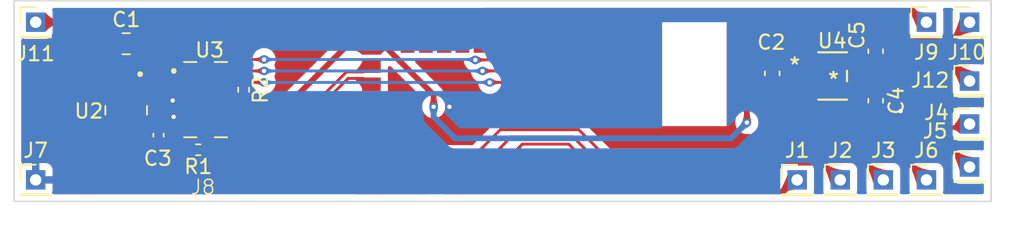
<source format=kicad_pcb>
(kicad_pcb (version 20240108) (generator "pcbnew") (generator_version "8.0")
  (layers (0 "F.Cu" signal) (31 "B.Cu" signal) (34 "B.Paste" user) (35 "F.Paste" user) (36 "B.SilkS" user "B.Silkscreen") (37 "F.SilkS" user "F.Silkscreen") (38 "B.Mask" user) (39 "F.Mask" user) (44 "Edge.Cuts" user))
  (net 0 "")
  (net 1 "Net-(J2-Pin_1)")
  (net 2 "GND")
  (net 3 "Net-(J3-Pin_1)")
  (net 4 "VBAT+")
  (net 5 "Net-(J1-Pin_1)")
  (net 6 "Net-(J4-Pin_1)")
  (net 7 "Net-(J6-Pin_1)")
  (net 8 "+3.3V")
  (net 9 "ACCEL_VIN")
  (net 10 "Net-(J9-Pin_1)")
  (net 11 "Net-(J10-Pin_1)")
  (net 12 "Net-(U4-NR{slash}FB)")
  (net 13 "Net-(J12-Pin_1)")
  (net 14 "Net-(J5-Pin_1)")
  (net 15 "/D-")
  (net 16 "Net-(J8-Pin_3)")
  (net 17 "Net-(J8-Pin_4)")
  (net 18 "Net-(J8-Pin_2)")
  (net 19 "/D+")
  (net 20 "Net-(U3-~{CS})")
  (net 21 "/SDO{slash}ADDR")
  (net 35 "/SDA{slash}SDIO")
  (net 36 "/SCL")
  (footprint "Connector_PinHeader_2.00mm:PinHeader_1x01_P2.00mm_Vertical" (layer "F.Cu") (at 164.5 65.5)
    (property "Reference" "J1" (at 0 -2.06 0) (layer "F.SilkS"))
    (property "Value" "MFIO")
    (fp_line (start -1.06 -1.06) (end 0 -1.06) (stroke (width 0.12)) (layer "F.SilkS"))
    (fp_line (start -1.06 0) (end -1.06 -1.06) (stroke (width 0.12)) (layer "F.SilkS"))
    (fp_line (start -1.06 1) (end -1.06 1.06) (stroke (width 0.12)) (layer "F.SilkS"))
    (fp_line (start -1.06 1) (end 1.06 1) (stroke (width 0.12)) (layer "F.SilkS"))
    (fp_line (start -1.06 1.06) (end 1.06 1.06) (stroke (width 0.12)) (layer "F.SilkS"))
    (fp_line (start 1.06 1) (end 1.06 1.06) (stroke (width 0.12)) (layer "F.SilkS"))
    (pad "1" thru_hole rect (at 0 0) (size 1.35 1.35) (drill 0.8) (layers "*.Cu" "*.Mask") (net 5 "Net-(J1-Pin_1)"))
  )
  (footprint "Resistor_SMD:R_0402_1005Metric" (layer "F.Cu") (at 125.975 59.209999 -90)
    (property "Reference" "R2" (at 0 -1.17 90) (layer "F.SilkS"))
    (property "Value" "10k")
    (fp_line (start -0.153641 0.38) (end 0.153641 0.38) (stroke (width 0.12)) (layer "F.SilkS"))
    (fp_line (start -0.153641 -0.38) (end 0.153641 -0.38) (stroke (width 0.12)) (layer "F.SilkS"))
    (pad "1" smd roundrect (at -0.509999 0 270) (size 0.54 0.64) (layers "F.Cu" "F.Paste" "F.Mask") (net 21 "/SDO{slash}ADDR"))
    (pad "2" smd roundrect (at 0.509999 0 270) (size 0.54 0.64) (layers "F.Cu" "F.Paste" "F.Mask") (net 2 "GND"))
  )
  (footprint "Connector_PinHeader_2.00mm:PinHeader_1x01_P2.00mm_Vertical" (layer "F.Cu") (at 111.5 54.5)
    (property "Reference" "J11" (at 0 2.2 0) (layer "F.SilkS"))
    (property "Value" "VBAT+")
    (fp_line (start -1.06 -1.06) (end 0 -1.06) (stroke (width 0.12)) (layer "F.SilkS"))
    (fp_line (start -1.06 0) (end -1.06 -1.06) (stroke (width 0.12)) (layer "F.SilkS"))
    (fp_line (start -1.06 1) (end -1.06 1.06) (stroke (width 0.12)) (layer "F.SilkS"))
    (fp_line (start -1.06 1) (end 1.06 1) (stroke (width 0.12)) (layer "F.SilkS"))
    (fp_line (start -1.06 1.06) (end 1.06 1.06) (stroke (width 0.12)) (layer "F.SilkS"))
    (fp_line (start 1.06 1) (end 1.06 1.06) (stroke (width 0.12)) (layer "F.SilkS"))
    (pad "1" thru_hole rect (at 0 0) (size 1.35 1.35) (drill 0.8) (layers "*.Cu" "*.Mask") (net 4 "VBAT+"))
  )
  (footprint "Connector_PinHeader_2.00mm:PinHeader_1x01_P2.00mm_Vertical" (layer "F.Cu") (at 173.5 65.5)
    (property "Reference" "J6" (at 0 -2.06 0) (layer "F.SilkS"))
    (property "Value" "NCS")
    (fp_line (start -1.06 -1.06) (end 0 -1.06) (stroke (width 0.12)) (layer "F.SilkS"))
    (fp_line (start -1.06 0) (end -1.06 -1.06) (stroke (width 0.12)) (layer "F.SilkS"))
    (fp_line (start -1.06 1) (end -1.06 1.06) (stroke (width 0.12)) (layer "F.SilkS"))
    (fp_line (start -1.06 1) (end 1.06 1) (stroke (width 0.12)) (layer "F.SilkS"))
    (fp_line (start -1.06 1.06) (end 1.06 1.06) (stroke (width 0.12)) (layer "F.SilkS"))
    (fp_line (start 1.06 1) (end 1.06 1.06) (stroke (width 0.12)) (layer "F.SilkS"))
    (pad "1" thru_hole rect (at 0 0) (size 1.35 1.35) (drill 0.8) (layers "*.Cu" "*.Mask") (net 7 "Net-(J6-Pin_1)"))
  )
  (footprint "Connector_PinHeader_2.00mm:PinHeader_1x01_P2.00mm_Vertical" (layer "F.Cu") (at 173.5 54.5)
    (property "Reference" "J9" (at 0 2.1 0) (layer "F.SilkS"))
    (property "Value" "FORCE_V2")
    (fp_line (start -1.06 -1.06) (end 0 -1.06) (stroke (width 0.12)) (layer "F.SilkS"))
    (fp_line (start -1.06 0) (end -1.06 -1.06) (stroke (width 0.12)) (layer "F.SilkS"))
    (fp_line (start -1.06 1) (end -1.06 1.06) (stroke (width 0.12)) (layer "F.SilkS"))
    (fp_line (start -1.06 1) (end 1.06 1) (stroke (width 0.12)) (layer "F.SilkS"))
    (fp_line (start -1.06 1.06) (end 1.06 1.06) (stroke (width 0.12)) (layer "F.SilkS"))
    (fp_line (start 1.06 1) (end 1.06 1.06) (stroke (width 0.12)) (layer "F.SilkS"))
    (pad "1" thru_hole rect (at 0 0) (size 1.35 1.35) (drill 0.8) (layers "*.Cu" "*.Mask") (net 10 "Net-(J9-Pin_1)"))
  )
  (footprint "Connector_PinHeader_2.00mm:PinHeader_1x01_P2.00mm_Vertical" (layer "F.Cu") (at 176.5 54.5)
    (property "Reference" "J10" (at -0.2 2.1 0) (layer "F.SilkS"))
    (property "Value" "FORCE_V1")
    (fp_line (start -1.06 -1.06) (end 0 -1.06) (stroke (width 0.12)) (layer "F.SilkS"))
    (fp_line (start -1.06 0) (end -1.06 -1.06) (stroke (width 0.12)) (layer "F.SilkS"))
    (fp_line (start -1.06 1) (end -1.06 1.06) (stroke (width 0.12)) (layer "F.SilkS"))
    (fp_line (start -1.06 1) (end 1.06 1) (stroke (width 0.12)) (layer "F.SilkS"))
    (fp_line (start -1.06 1.06) (end 1.06 1.06) (stroke (width 0.12)) (layer "F.SilkS"))
    (fp_line (start 1.06 1) (end 1.06 1.06) (stroke (width 0.12)) (layer "F.SilkS"))
    (pad "1" thru_hole rect (at 0 0) (size 1.35 1.35) (drill 0.8) (layers "*.Cu" "*.Mask") (net 11 "Net-(J10-Pin_1)"))
  )
  (footprint "Capacitor_SMD:C_0603_1608Metric" (layer "F.Cu") (at 169.96525 56.525002 90)
    (property "Reference" "C5" (at 1.125002 -1.3 90) (layer "F.SilkS"))
    (property "Value" "1uF")
    (fp_line (start -0.140581 -0.51) (end 0.140581 -0.51) (stroke (width 0.12)) (layer "F.SilkS"))
    (fp_line (start -0.140581 0.51) (end 0.140581 0.51) (stroke (width 0.12)) (layer "F.SilkS"))
    (pad "1" smd roundrect (at -0.775 0 90) (size 0.9 0.95) (layers "F.Cu" "F.Paste" "F.Mask") (net 13 "Net-(J12-Pin_1)"))
    (pad "2" smd roundrect (at 0.775 0 90) (size 0.9 0.95) (layers "F.Cu" "F.Paste" "F.Mask") (net 2 "GND"))
  )
  (footprint "Capacitor_SMD:C_0402_1005Metric" (layer "F.Cu") (at 120.049998 62.38 90)
    (property "Reference" "C3" (at -1.62 -0.049998 0) (layer "F.SilkS"))
    (property "Value" "0.1uF")
    (fp_line (start -0.107836 -0.36) (end 0.107836 -0.36) (stroke (width 0.12)) (layer "F.SilkS"))
    (fp_line (start -0.107836 0.36) (end 0.107836 0.36) (stroke (width 0.12)) (layer "F.SilkS"))
    (pad "1" smd roundrect (at -0.48 0 90) (size 0.56 0.62) (layers "F.Cu" "F.Paste" "F.Mask") (net 2 "GND"))
    (pad "2" smd roundrect (at 0.48 0 90) (size 0.56 0.62) (layers "F.Cu" "F.Paste" "F.Mask") (net 9 "ACCEL_VIN"))
  )
  (footprint "Imported_FP:SOT95P280X145-5N" (layer "F.Cu") (at 117.799999 60.645 -90)
    (property "Reference" "U2" (at 0.055 2.599999 180) (layer "F.SilkS"))
    (property "Value" "VREG_SOT23-5")
    (fp_line (start -0.3 1.45) (end 0.3 1.45) (stroke (width 0.127)) (layer "F.SilkS"))
    (fp_line (start -0.3 -1.45) (end 0.3 -1.45) (stroke (width 0.127)) (layer "F.SilkS"))
    (fp_circle (center -2.525001 -0.975) (end -2.425 -0.975) (stroke (width 0.2)) (fill none) (layer "F.SilkS"))
    (pad "1" smd roundrect (at -1.255 -0.949999 270) (size 1.21 0.59) (layers "F.Cu" "F.Paste" "F.Mask") (roundrect_rratio 0.125) (net 4 "VBAT+"))
    (pad "2" smd roundrect (at -1.255 0 270) (size 1.21 0.59) (layers "F.Cu" "F.Paste" "F.Mask") (roundrect_rratio 0.125) (net 2 "GND"))
    (pad "3" smd roundrect (at -1.255 0.949999 270) (size 1.21 0.59) (layers "F.Cu" "F.Paste" "F.Mask") (roundrect_rratio 0.125) (net 4 "VBAT+"))
    (pad "4" smd roundrect (at 1.255 0.949999 270) (size 1.21 0.59) (layers "F.Cu" "F.Paste" "F.Mask") (roundrect_rratio 0.125))
    (pad "5" smd roundrect (at 1.255 -0.949999 270) (size 1.21 0.59) (layers "F.Cu" "F.Paste" "F.Mask") (roundrect_rratio 0.125) (net 9 "ACCEL_VIN"))
  )
  (footprint "Imported_FP:DBV5_TEX" (layer "F.Cu") (at 166.96525 58.250001)
    (property "Reference" "U4" (at -0.03475 -2.450001 0) (layer "F.SilkS"))
    (property "Value" "TPS73219DBVT")
    (fp_line (start -1.0033 1.651) (end 1.0033 1.651) (stroke (width 0.1524)) (layer "F.SilkS"))
    (fp_line (start 1.0033 -1.651) (end -1.0033 -1.651) (stroke (width 0.1524)) (layer "F.SilkS"))
    (fp_line (start 1.0033 0.363261) (end 1.0033 -0.363261) (stroke (width 0.1524)) (layer "F.SilkS"))
    (fp_text user "*" (at 0.06525 0.249999 0) (layer "F.SilkS"))
    (fp_text user "*" (at -2.63475 -0.750001 0) (layer "F.SilkS"))
    (pad "1" smd rect (at -1.36525 -0.950001) (size 0.9779 0.508) (layers "F.Cu" "F.Paste" "F.Mask") (net 8 "+3.3V"))
    (pad "2" smd rect (at -1.36525 0) (size 0.9779 0.508) (layers "F.Cu" "F.Paste" "F.Mask") (net 2 "GND"))
    (pad "3" smd rect (at -1.36525 0.950001) (size 0.9779 0.508) (layers "F.Cu" "F.Paste" "F.Mask") (net 8 "+3.3V"))
    (pad "4" smd rect (at 1.36525 0.950001) (size 0.9779 0.508) (layers "F.Cu" "F.Paste" "F.Mask") (net 12 "Net-(U4-NR{slash}FB)"))
    (pad "5" smd rect (at 1.36525 -0.950001) (size 0.9779 0.508) (layers "F.Cu" "F.Paste" "F.Mask") (net 13 "Net-(J12-Pin_1)"))
  )
  (footprint "Connector_PinHeader_2.00mm:PinHeader_1x01_P2.00mm_Vertical" (layer "F.Cu") (at 167.5 65.5)
    (property "Reference" "J2" (at 0 -2.06 0) (layer "F.SilkS"))
    (property "Value" "Motion")
    (fp_line (start -1.06 -1.06) (end 0 -1.06) (stroke (width 0.12)) (layer "F.SilkS"))
    (fp_line (start -1.06 0) (end -1.06 -1.06) (stroke (width 0.12)) (layer "F.SilkS"))
    (fp_line (start -1.06 1) (end -1.06 1.06) (stroke (width 0.12)) (layer "F.SilkS"))
    (fp_line (start -1.06 1) (end 1.06 1) (stroke (width 0.12)) (layer "F.SilkS"))
    (fp_line (start -1.06 1.06) (end 1.06 1.06) (stroke (width 0.12)) (layer "F.SilkS"))
    (fp_line (start 1.06 1) (end 1.06 1.06) (stroke (width 0.12)) (layer "F.SilkS"))
    (pad "1" thru_hole rect (at 0 0) (size 1.35 1.35) (drill 0.8) (layers "*.Cu" "*.Mask") (net 1 "Net-(J2-Pin_1)"))
  )
  (footprint "Custom_FP:OMGS3_programming_pins" (layer "F.Cu") (at 128.370001 65.8 90)
    (property "Reference" "J8" (at -0.2 -5.220001 0) (layer "F.SilkS") (effects (font (thickness 0.1))))
    (property "Value" "Conn_01x07_Pin")
    (pad "1" smd rect (at 0 4.009998 180) (size 1.4 1.3) (layers "F.Cu" "F.Paste" "F.Mask") (net 2 "GND"))
    (pad "2" smd rect (at 0 2.54 180) (size 0.95 1.3) (layers "F.Cu" "F.Paste" "F.Mask") (net 18 "Net-(J8-Pin_2)"))
    (pad "3" smd rect (at 0 1.269999 180) (size 0.95 1.3) (layers "F.Cu" "F.Paste" "F.Mask") (net 16 "Net-(J8-Pin_3)"))
    (pad "4" smd rect (at 0 0 180) (size 0.95 1.3) (layers "F.Cu" "F.Paste" "F.Mask") (net 17 "Net-(J8-Pin_4)"))
    (pad "5" smd rect (at 0 -1.270001 180) (size 0.95 1.3) (layers "F.Cu" "F.Paste" "F.Mask") (net 15 "/D-"))
    (pad "6" smd rect (at 0 -2.540003 180) (size 0.95 1.3) (layers "F.Cu" "F.Paste" "F.Mask") (net 19 "/D+"))
    (pad "7" smd rect (at 0 -3.810002 180) (size 0.95 1.3) (layers "F.Cu" "F.Paste" "F.Mask") (net 8 "+3.3V"))
  )
  (footprint "Connector_PinHeader_2.00mm:PinHeader_1x01_P2.00mm_Vertical" (layer "F.Cu") (at 170.5 65.5)
    (property "Reference" "J3" (at 0 -2.06 0) (layer "F.SilkS"))
    (property "Value" "MISO")
    (fp_line (start -1.06 -1.06) (end 0 -1.06) (stroke (width 0.12)) (layer "F.SilkS"))
    (fp_line (start -1.06 0) (end -1.06 -1.06) (stroke (width 0.12)) (layer "F.SilkS"))
    (fp_line (start -1.06 1) (end -1.06 1.06) (stroke (width 0.12)) (layer "F.SilkS"))
    (fp_line (start -1.06 1) (end 1.06 1) (stroke (width 0.12)) (layer "F.SilkS"))
    (fp_line (start -1.06 1.06) (end 1.06 1.06) (stroke (width 0.12)) (layer "F.SilkS"))
    (fp_line (start 1.06 1) (end 1.06 1.06) (stroke (width 0.12)) (layer "F.SilkS"))
    (pad "1" thru_hole rect (at 0 0) (size 1.35 1.35) (drill 0.8) (layers "*.Cu" "*.Mask") (net 3 "Net-(J3-Pin_1)"))
  )
  (footprint "Capacitor_SMD:C_0805_2012Metric" (layer "F.Cu") (at 117.799999 56)
    (property "Reference" "C1" (at 0 -1.679999 0) (layer "F.SilkS"))
    (property "Value" "10uF")
    (fp_line (start -0.261253 -0.735) (end 0.261253 -0.735) (stroke (width 0.12)) (layer "F.SilkS"))
    (fp_line (start -0.261253 0.735) (end 0.261253 0.735) (stroke (width 0.12)) (layer "F.SilkS"))
    (pad "1" smd roundrect (at -0.949999 0) (size 1 1.45) (layers "F.Cu" "F.Paste" "F.Mask") (net 2 "GND"))
    (pad "2" smd roundrect (at 0.949999 0) (size 1 1.45) (layers "F.Cu" "F.Paste" "F.Mask") (net 4 "VBAT+"))
  )
  (footprint "Capacitor_SMD:C_0603_1608Metric" (layer "F.Cu") (at 169.96525 59.975002 -90)
    (property "Reference" "C4" (at 0 -1.43 90) (layer "F.SilkS"))
    (property "Value" "1uF")
    (fp_line (start -0.140581 0.51) (end 0.140581 0.51) (stroke (width 0.12)) (layer "F.SilkS"))
    (fp_line (start -0.140581 -0.51) (end 0.140581 -0.51) (stroke (width 0.12)) (layer "F.SilkS"))
    (pad "1" smd roundrect (at -0.775 0 270) (size 0.9 0.95) (layers "F.Cu" "F.Paste" "F.Mask") (net 12 "Net-(U4-NR{slash}FB)"))
    (pad "2" smd roundrect (at 0.775 0 270) (size 0.9 0.95) (layers "F.Cu" "F.Paste" "F.Mask") (net 2 "GND"))
  )
  (footprint "Connector_PinHeader_2.00mm:PinHeader_1x01_P2.00mm_Vertical" (layer "F.Cu") (at 176.5 64.6)
    (property "Reference" "J5" (at -2.4 -2.5 0) (layer "F.SilkS"))
    (property "Value" "SCLK")
    (fp_line (start -1.06 -1.06) (end 0 -1.06) (stroke (width 0.12)) (layer "F.SilkS"))
    (fp_line (start -1.06 0) (end -1.06 -1.06) (stroke (width 0.12)) (layer "F.SilkS"))
    (fp_line (start -1.06 1) (end -1.06 1.06) (stroke (width 0.12)) (layer "F.SilkS"))
    (fp_line (start -1.06 1) (end 1.06 1) (stroke (width 0.12)) (layer "F.SilkS"))
    (fp_line (start -1.06 1.06) (end 1.06 1.06) (stroke (width 0.12)) (layer "F.SilkS"))
    (fp_line (start 1.06 1) (end 1.06 1.06) (stroke (width 0.12)) (layer "F.SilkS"))
    (pad "1" thru_hole rect (at 0 0) (size 1.35 1.35) (drill 0.8) (layers "*.Cu" "*.Mask") (net 14 "Net-(J5-Pin_1)"))
  )
  (footprint "Capacitor_SMD:C_0603_1608Metric" (layer "F.Cu") (at 162.76525 58.075 -90)
    (property "Reference" "C2" (at -2.175 0.06525 180) (layer "F.SilkS"))
    (property "Value" "1uF")
    (fp_line (start -0.140581 0.51) (end 0.140581 0.51) (stroke (width 0.12)) (layer "F.SilkS"))
    (fp_line (start -0.140581 -0.51) (end 0.140581 -0.51) (stroke (width 0.12)) (layer "F.SilkS"))
    (pad "1" smd roundrect (at -0.775 0 270) (size 0.9 0.95) (layers "F.Cu" "F.Paste" "F.Mask") (net 8 "+3.3V"))
    (pad "2" smd roundrect (at 0.775 0 270) (size 0.9 0.95) (layers "F.Cu" "F.Paste" "F.Mask") (net 2 "GND"))
  )
  (footprint "Connector_PinHeader_2.00mm:PinHeader_1x01_P2.00mm_Vertical" (layer "F.Cu") (at 176.5 58.600002)
    (property "Reference" "J12" (at -2.75 -0.050002 180) (layer "F.SilkS"))
    (property "Value" "VDDA")
    (fp_line (start -1.06 -1.06) (end 0 -1.06) (stroke (width 0.12)) (layer "F.SilkS"))
    (fp_line (start -1.06 0) (end -1.06 -1.06) (stroke (width 0.12)) (layer "F.SilkS"))
    (fp_line (start -1.06 1) (end -1.06 1.06) (stroke (width 0.12)) (layer "F.SilkS"))
    (fp_line (start -1.06 1) (end 1.06 1) (stroke (width 0.12)) (layer "F.SilkS"))
    (fp_line (start -1.06 1.06) (end 1.06 1.06) (stroke (width 0.12)) (layer "F.SilkS"))
    (fp_line (start 1.06 1) (end 1.06 1.06) (stroke (width 0.12)) (layer "F.SilkS"))
    (pad "1" thru_hole rect (at 0 0) (size 1.35 1.35) (drill 0.8) (layers "*.Cu" "*.Mask") (net 13 "Net-(J12-Pin_1)"))
  )
  (footprint "Connector_PinHeader_2.00mm:PinHeader_1x01_P2.00mm_Vertical" (layer "F.Cu") (at 176.5 61.6)
    (property "Reference" "J4" (at -2.3 -0.8 0) (layer "F.SilkS"))
    (property "Value" "MOSI")
    (fp_line (start -1.06 -1.06) (end 0 -1.06) (stroke (width 0.12)) (layer "F.SilkS"))
    (fp_line (start -1.06 0) (end -1.06 -1.06) (stroke (width 0.12)) (layer "F.SilkS"))
    (fp_line (start -1.06 1) (end -1.06 1.06) (stroke (width 0.12)) (layer "F.SilkS"))
    (fp_line (start -1.06 1) (end 1.06 1) (stroke (width 0.12)) (layer "F.SilkS"))
    (fp_line (start -1.06 1.06) (end 1.06 1.06) (stroke (width 0.12)) (layer "F.SilkS"))
    (fp_line (start 1.06 1) (end 1.06 1.06) (stroke (width 0.12)) (layer "F.SilkS"))
    (pad "1" thru_hole rect (at 0 0) (size 1.35 1.35) (drill 0.8) (layers "*.Cu" "*.Mask") (net 6 "Net-(J4-Pin_1)"))
  )
  (footprint "Imported_FP:OMGS3" (layer "F.Cu") (at 134 65.1)
    (property "Reference" "U1" (hide yes))
    (property "Value" "OMGS3" (hide yes))
    (pad "1" smd rect (at 13.55 -0.88) (size 0.95 1.3) (layers "F.Cu" "F.Paste" "F.Mask"))
    (pad "2" smd rect (at 12.28 -0.88) (size 0.95 1.3) (layers "F.Cu" "F.Paste" "F.Mask"))
    (pad "3" smd rect (at 11.01 -0.88) (size 0.95 1.3) (layers "F.Cu" "F.Paste" "F.Mask") (net 7 "Net-(J6-Pin_1)"))
    (pad "4" smd rect (at 9.74 -0.88) (size 0.95 1.3) (layers "F.Cu" "F.Paste" "F.Mask") (net 14 "Net-(J5-Pin_1)"))
    (pad "5" smd rect (at 8.469999 -0.88) (size 0.95 1.3) (layers "F.Cu" "F.Paste" "F.Mask") (net 6 "Net-(J4-Pin_1)"))
    (pad "6" smd rect (at 7.2 -0.88) (size 0.95 1.3) (layers "F.Cu" "F.Paste" "F.Mask") (net 3 "Net-(J3-Pin_1)"))
    (pad "7" smd rect (at 5.93 -0.88) (size 0.95 1.3) (layers "F.Cu" "F.Paste" "F.Mask") (net 1 "Net-(J2-Pin_1)"))
    (pad "8" smd rect (at 4.660001 -0.88) (size 0.95 1.3) (layers "F.Cu" "F.Paste" "F.Mask") (net 5 "Net-(J1-Pin_1)"))
    (pad "9" smd rect (at 3.39 -0.88) (size 0.95 1.3) (layers "F.Cu" "F.Paste" "F.Mask"))
    (pad "10" smd rect (at 0.867 -0.99 90) (size 1.4 1.3) (layers "F.Cu" "F.Paste" "F.Mask") (net 2 "GND"))
    (pad "11" smd rect (at 0.867 -2.46 90) (size 0.95 1.3) (layers "F.Cu" "F.Paste" "F.Mask") (net 18 "Net-(J8-Pin_2)"))
    (pad "12" smd rect (at 0.867 -3.73 90) (size 0.95 1.3) (layers "F.Cu" "F.Paste" "F.Mask") (net 16 "Net-(J8-Pin_3)"))
    (pad "13" smd rect (at 0.867 -4.999999 90) (size 0.95 1.3) (layers "F.Cu" "F.Paste" "F.Mask") (net 17 "Net-(J8-Pin_4)"))
    (pad "14" smd rect (at 0.867 -6.27 90) (size 0.95 1.3) (layers "F.Cu" "F.Paste" "F.Mask") (net 15 "/D-"))
    (pad "15" smd rect (at 0.867 -7.540001 90) (size 0.95 1.3) (layers "F.Cu" "F.Paste" "F.Mask") (net 19 "/D+"))
    (pad "16" smd rect (at 0.867 -8.81 90) (size 0.95 1.3) (layers "F.Cu" "F.Paste" "F.Mask") (net 8 "+3.3V"))
    (pad "17" smd rect (at 3.39 -9.12) (size 0.95 1.3) (layers "F.Cu" "F.Paste" "F.Mask") (net 4 "VBAT+"))
    (pad "18" smd rect (at 4.66 -9.12) (size 0.95 1.3) (layers "F.Cu" "F.Paste" "F.Mask"))
    (pad "19" smd rect (at 5.93 -9.12) (size 1 1.3) (layers "F.Cu" "F.Paste" "F.Mask"))
    (pad "20" smd rect (at 7.2 -9.12) (size 0.95 1.3) (layers "F.Cu" "F.Paste" "F.Mask") (net 10 "Net-(J9-Pin_1)"))
    (pad "21" smd rect (at 8.47 -9.12) (size 0.95 1.3) (layers "F.Cu" "F.Paste" "F.Mask") (net 11 "Net-(J10-Pin_1)"))
    (pad "22" smd rect (at 9.74 -9.12) (size 0.95 1.3) (layers "F.Cu" "F.Paste" "F.Mask"))
    (pad "23" smd rect (at 11.01 -9.12) (size 0.95 1.3) (layers "F.Cu" "F.Paste" "F.Mask") (net 36 "/SCL"))
    (pad "24" smd rect (at 12.28 -9.12) (size 0.95 1.3) (layers "F.Cu" "F.Paste" "F.Mask") (net 35 "/SDA{slash}SDIO"))
    (pad "25" smd rect (at 13.55 -9.12) (size 0.95 1.3) (layers "F.Cu" "F.Paste" "F.Mask") (net 21 "/SDO{slash}ADDR"))
    (pad "EXP" smd custom (at 15.307409 -5.1) (size 1.25 1.25) (layers "F.Cu" "F.Paste" "F.Mask") (options (clearance outline) (anchor rect)) (primitives (gr_poly (pts (xy 1.06 0.2) (xy 0.2 1.04) (xy -1.65 1.04) (xy -1.65 -1.1) (xy 1.06 -1.1)) (width 0.1) (fill yes))))
  )
  (footprint "Imported_FP:PQFN80P500X300X100-14N" (layer "F.Cu") (at 123.325 59.9)
    (property "Reference" "U3" (at 0.282 -3.4564 0) (layer "F.SilkS"))
    (property "Value" "ADXL345")
    (fp_line (start -1.5 -2.625) (end -0.63 -2.625) (stroke (width 0.127)) (layer "F.SilkS"))
    (fp_line (start -1.5 2.625) (end -0.63 2.625) (stroke (width 0.127)) (layer "F.SilkS"))
    (fp_line (start 1.5 -2.625) (end 0.63 -2.625) (stroke (width 0.127)) (layer "F.SilkS"))
    (fp_line (start 1.5 2.625) (end 0.63 2.625) (stroke (width 0.127)) (layer "F.SilkS"))
    (fp_circle (center -2.21 -2) (end -2.11 -2) (stroke (width 0.2)) (fill none) (layer "F.SilkS"))
    (pad "1" smd rect (at -1.1 -2) (size 1.2 0.5) (layers "F.Cu" "F.Paste") (net 9 "ACCEL_VIN"))
    (pad "2" smd rect (at -1.1 -1.2) (size 1.2 0.5) (layers "F.Cu" "F.Paste") (net 2 "GND"))
    (pad "3" smd rect (at -1.1 -0.4) (size 1.2 0.5) (layers "F.Cu" "F.Paste"))
    (pad "4" smd rect (at -1.1 0.4) (size 1.2 0.5) (layers "F.Cu" "F.Paste") (net 2 "GND"))
    (pad "5" smd rect (at -1.1 1.2) (size 1.2 0.5) (layers "F.Cu" "F.Paste") (net 2 "GND"))
    (pad "6" smd rect (at -1.1 2) (size 1.2 0.5) (layers "F.Cu" "F.Paste") (net 9 "ACCEL_VIN"))
    (pad "7" smd rect (at 0 2.1) (size 0.5 1.2) (layers "F.Cu" "F.Paste") (net 20 "Net-(U3-~{CS})"))
    (pad "8" smd rect (at 1.1 2) (size 1.2 0.5) (layers "F.Cu" "F.Paste"))
    (pad "9" smd rect (at 1.1 1.2) (size 1.2 0.5) (layers "F.Cu" "F.Paste"))
    (pad "10" smd rect (at 1.1 0.4) (size 1.2 0.5) (layers "F.Cu" "F.Paste"))
    (pad "11" smd rect (at 1.1 -0.4) (size 1.2 0.5) (layers "F.Cu" "F.Paste"))
    (pad "12" smd rect (at 1.1 -1.2) (size 1.2 0.5) (layers "F.Cu" "F.Paste") (net 21 "/SDO{slash}ADDR"))
    (pad "13" smd rect (at 1.1 -2) (size 1.2 0.5) (layers "F.Cu" "F.Paste") (net 35 "/SDA{slash}SDIO"))
    (pad "14" smd rect (at 0 -2.1) (size 0.5 1.2) (layers "F.Cu" "F.Paste") (net 36 "/SCL"))
  )
  (footprint "Connector_PinHeader_2.00mm:PinHeader_1x01_P2.00mm_Vertical" (layer "F.Cu") (at 111.5 65.5)
    (property "Reference" "J7" (at 0 -2.06 0) (layer "F.SilkS"))
    (property "Value" "VBAT-")
    (fp_line (start -1.06 -1.06) (end 0 -1.06) (stroke (width 0.12)) (layer "F.SilkS"))
    (fp_line (start -1.06 0) (end -1.06 -1.06) (stroke (width 0.12)) (layer "F.SilkS"))
    (fp_line (start -1.06 1) (end -1.06 1.06) (stroke (width 0.12)) (layer "F.SilkS"))
    (fp_line (start -1.06 1) (end 1.06 1) (stroke (width 0.12)) (layer "F.SilkS"))
    (fp_line (start -1.06 1.06) (end 1.06 1.06) (stroke (width 0.12)) (layer "F.SilkS"))
    (fp_line (start 1.06 1) (end 1.06 1.06) (stroke (width 0.12)) (layer "F.SilkS"))
    (pad "1" thru_hole rect (at 0 0) (size 1.35 1.35) (drill 0.8) (layers "*.Cu" "*.Mask") (net 2 "GND"))
  )
  (footprint "Resistor_SMD:R_0402_1005Metric" (layer "F.Cu") (at 122.815001 63.4 180)
    (property "Reference" "R1" (at 0 -1.17 0) (layer "F.SilkS"))
    (property "Value" "10K")
    (fp_line (start -0.153641 0.38) (end 0.153641 0.38) (stroke (width 0.12)) (layer "F.SilkS"))
    (fp_line (start -0.153641 -0.38) (end 0.153641 -0.38) (stroke (width 0.12)) (layer "F.SilkS"))
    (pad "1" smd roundrect (at -0.509999 0 180) (size 0.54 0.64) (layers "F.Cu" "F.Paste" "F.Mask") (net 20 "Net-(U3-~{CS})"))
    (pad "2" smd roundrect (at 0.509999 0 180) (size 0.54 0.64) (layers "F.Cu" "F.Paste" "F.Mask") (net 9 "ACCEL_VIN"))
  )
  (gr_line (start 178 53) (end 178 67) (stroke (width 0.1)) (layer "Edge.Cuts"))
  (gr_line (start 110 53) (end 110 67) (stroke (width 0.1)) (layer "Edge.Cuts"))
  (gr_line (start 110 53) (end 178 53) (stroke (width 0.1)) (layer "Edge.Cuts"))
  (gr_line (start 178 67) (end 110 67) (stroke (width 0.1)) (layer "Edge.Cuts"))
  (segment (start 163.5 64.4) (end 166.4 64.4) (width 0.2) (layer "F.Cu") (net 1))
  (segment (start 139.93 64.22) (end 139.93 65.07) (width 0.2) (layer "F.Cu") (net 1))
  (segment (start 166.4 64.4) (end 167.5 65.5) (width 0.2) (layer "F.Cu") (net 1))
  (segment (start 139.93 65.07) (end 140.76 65.9) (width 0.2) (layer "F.Cu") (net 1))
  (segment (start 162 65.9) (end 163.5 64.4) (width 0.2) (layer "F.Cu") (net 1))
  (segment (start 140.76 65.9) (end 162 65.9) (width 0.2) (layer "F.Cu") (net 1))
  (segment (start 122.225 58.7) (end 121.375 58.7) (width 0.4) (layer "F.Cu") (net 2))
  (segment (start 117.799999 59.39) (end 117.799999 56.949999) (width 0.4) (layer "F.Cu") (net 2))
  (segment (start 117.799999 56.949999) (end 116.85 56) (width 0.4) (layer "F.Cu") (net 2))
  (segment (start 121.0375 59.9625) (end 121.375 60.3) (width 0.4) (layer "F.Cu") (net 2))
  (segment (start 121.375 60.3) (end 122.225 60.3) (width 0.4) (layer "F.Cu") (net 2))
  (segment (start 121 59.075) (end 121 59.925) (width 0.4) (layer "F.Cu") (net 2))
  (segment (start 121.375 58.7) (end 121 59.075) (width 0.4) (layer "F.Cu") (net 2))
  (segment (start 122.225 61.1) (end 121.1 61.1) (width 0.4) (layer "F.Cu") (net 2))
  (segment (start 122.225 61.1) (end 122.225 60.3) (width 0.4) (layer "F.Cu") (net 2))
  (segment (start 121 59.925) (end 121.0375 59.9625) (width 0.4) (layer "F.Cu") (net 2))
  (segment (start 165.6 58.250001) (end 165.36505 58.250001) (width 0.2) (layer "F.Cu") (net 2))
  (segment (start 164.765051 58.85) (end 162.76525 58.85) (width 0.2) (layer "F.Cu") (net 2))
  (segment (start 165.36505 58.250001) (end 164.765051 58.85) (width 0.2) (layer "F.Cu") (net 2))
  (via (at 121.0375 59.9625) (size 0.6) (drill 0.3) (layers "F.Cu" "B.Cu") (net 2))
  (via (at 171.7 60.7) (size 0.6) (drill 0.3) (layers "F.Cu" "B.Cu") (net 2))
  (via (at 140.3 60.4) (size 0.6) (drill 0.3) (layers "F.Cu" "B.Cu") (net 2))
  (via (at 121.1 61.1) (size 0.6) (drill 0.3) (layers "F.Cu" "B.Cu") (net 2))
  (segment (start 141.2 64.22) (end 141.2 65.1) (width 0.2) (layer "F.Cu") (net 3))
  (segment (start 163.2 63.9) (end 168.9 63.9) (width 0.2) (layer "F.Cu") (net 3))
  (segment (start 141.2 65.1) (end 141.5 65.4) (width 0.2) (layer "F.Cu") (net 3))
  (segment (start 168.9 63.9) (end 170.5 65.5) (width 0.2) (layer "F.Cu") (net 3))
  (segment (start 161.7 65.4) (end 163.2 63.9) (width 0.2) (layer "F.Cu") (net 3))
  (segment (start 141.5 65.4) (end 161.7 65.4) (width 0.2) (layer "F.Cu") (net 3))
  (segment (start 116.849999 60.2) (end 117.249998 60.6) (width 0.4) (layer "F.Cu") (net 4))
  (segment (start 118.749998 60.199999) (end 118.749998 59.39) (width 0.4) (layer "F.Cu") (net 4))
  (segment (start 135.91 54.5) (end 137.39 55.98) (width 0.4) (layer "F.Cu") (net 4))
  (segment (start 117.249998 60.6) (end 118.349998 60.6) (width 0.4) (layer "F.Cu") (net 4))
  (segment (start 118.749998 59.39) (end 118.749998 56) (width 0.4) (layer "F.Cu") (net 4))
  (segment (start 117.249998 54.5) (end 118.749998 56) (width 0.4) (layer "F.Cu") (net 4))
  (segment (start 118.749998 56) (end 120.249998 54.5) (width 0.4) (layer "F.Cu") (net 4))
  (segment (start 120.249998 54.5) (end 135.91 54.5) (width 0.4) (layer "F.Cu") (net 4))
  (segment (start 111.5 54.5) (end 117.249998 54.5) (width 0.4) (layer "F.Cu") (net 4))
  (segment (start 116.849998 59.39) (end 116.849999 60.2) (width 0.4) (layer "F.Cu") (net 4))
  (segment (start 118.349998 60.6) (end 118.749998 60.199999) (width 0.4) (layer "F.Cu") (net 4))
  (segment (start 138.660001 65.07) (end 139.990001 66.4) (width 0.2) (layer "F.Cu") (net 5))
  (segment (start 138.660001 64.22) (end 138.660001 65.07) (width 0.2) (layer "F.Cu") (net 5))
  (segment (start 139.990001 66.4) (end 163.6 66.4) (width 0.2) (layer "F.Cu") (net 5))
  (segment (start 163.6 66.4) (end 164.5 65.5) (width 0.2) (layer "F.Cu") (net 5))
  (segment (start 162.2 62.4) (end 174.8 62.4) (width 0.2) (layer "F.Cu") (net 6))
  (segment (start 143.839999 62) (end 149.3 62) (width 0.2) (layer "F.Cu") (net 6))
  (segment (start 142.469999 64.22) (end 142.469999 64.674999) (width 0.2) (layer "F.Cu") (net 6))
  (segment (start 149.3 62) (end 151.2 63.9) (width 0.2) (layer "F.Cu") (net 6))
  (segment (start 151.2 63.9) (end 160.7 63.9) (width 0.2) (layer "F.Cu") (net 6))
  (segment (start 142.469999 63.37) (end 143.839999 62) (width 0.2) (layer "F.Cu") (net 6))
  (segment (start 175.6 61.6) (end 176.5 61.6) (width 0.2) (layer "F.Cu") (net 6))
  (segment (start 160.7 63.9) (end 162.2 62.4) (width 0.2) (layer "F.Cu") (net 6))
  (segment (start 174.8 62.4) (end 175.6 61.6) (width 0.2) (layer "F.Cu") (net 6))
  (segment (start 142.469999 64.22) (end 142.469999 63.37) (width 0.2) (layer "F.Cu") (net 6))
  (segment (start 145.38 63) (end 148.6 63) (width 0.2) (layer "F.Cu") (net 7))
  (segment (start 145.01 64.22) (end 145.01 63.37) (width 0.2) (layer "F.Cu") (net 7))
  (segment (start 145.01 63.37) (end 145.38 63) (width 0.2) (layer "F.Cu") (net 7))
  (segment (start 161.35 64.9) (end 162.85 63.4) (width 0.2) (layer "F.Cu") (net 7))
  (segment (start 150.5 64.9) (end 161.35 64.9) (width 0.2) (layer "F.Cu") (net 7))
  (segment (start 171.4 63.4) (end 173.5 65.5) (width 0.2) (layer "F.Cu") (net 7))
  (segment (start 162.85 63.4) (end 171.4 63.4) (width 0.2) (layer "F.Cu") (net 7))
  (segment (start 148.6 63) (end 150.5 64.9) (width 0.2) (layer "F.Cu") (net 7))
  (segment (start 165.6 57.3) (end 164.16525 57.3) (width 0.4) (layer "F.Cu") (net 8))
  (segment (start 166.66525 58.727701) (end 166.66525 57.772301) (width 0.4) (layer "F.Cu") (net 8))
  (segment (start 166.66525 57.772301) (end 166.192949 57.3) (width 0.4) (layer "F.Cu") (net 8))
  (segment (start 124.559999 65.8) (end 124.559999 64.740001) (width 0.4) (layer "F.Cu") (net 8))
  (segment (start 166.192949 59.200002) (end 166.66525 58.727701) (width 0.4) (layer "F.Cu") (net 8))
  (segment (start 139.2 60.4) (end 139.2 59.573) (width 0.4) (layer "F.Cu") (net 8))
  (segment (start 164.16525 57.3) (end 162.76525 57.3) (width 0.4) (layer "F.Cu") (net 8))
  (segment (start 133.01 56.29) (end 134.867 56.29) (width 0.4) (layer "F.Cu") (net 8))
  (segment (start 165.6 59.200002) (end 166.192949 59.200002) (width 0.4) (layer "F.Cu") (net 8))
  (segment (start 166.192949 57.3) (end 165.6 57.3) (width 0.4) (layer "F.Cu") (net 8))
  (segment (start 161 59.06525) (end 162.76525 57.3) (width 0.4) (layer "F.Cu") (net 8))
  (segment (start 139.2 59.573) (end 135.917 56.29) (width 0.4) (layer "F.Cu") (net 8))
  (segment (start 124.559999 64.740001) (end 133.01 56.29) (width 0.4) (layer "F.Cu") (net 8))
  (segment (start 161 61.5) (end 161 59.06525) (width 0.4) (layer "F.Cu") (net 8))
  (segment (start 135.917 56.29) (end 134.867 56.29) (width 0.4) (layer "F.Cu") (net 8))
  (via (at 161 61.5) (size 0.6) (drill 0.3) (layers "F.Cu" "B.Cu") (net 8))
  (via (at 139.2 60.4) (size 0.6) (drill 0.3) (layers "F.Cu" "B.Cu") (net 8))
  (segment (start 139.2 61.1) (end 139.2 60.4) (width 0.4) (layer "B.Cu") (net 8))
  (segment (start 161 61.5) (end 159.9 62.6) (width 0.4) (layer "B.Cu") (net 8))
  (segment (start 140.7 62.6) (end 139.2 61.1) (width 0.4) (layer "B.Cu") (net 8))
  (segment (start 159.9 62.6) (end 140.7 62.6) (width 0.4) (layer "B.Cu") (net 8))
  (segment (start 120.049998 61.9) (end 122.225 61.9) (width 0.4) (layer "F.Cu") (net 9))
  (segment (start 122.305002 61.980002) (end 122.225 61.9) (width 0.4) (layer "F.Cu") (net 9))
  (segment (start 118.749998 61.9) (end 120.049998 61.9) (width 0.4) (layer "F.Cu") (net 9))
  (segment (start 120.6 57.9) (end 122.225 57.9) (width 0.4) (layer "F.Cu") (net 9))
  (segment (start 120.049998 61.9) (end 120.049998 58.450002) (width 0.4) (layer "F.Cu") (net 9))
  (segment (start 120.049998 58.450002) (end 120.6 57.9) (width 0.4) (layer "F.Cu") (net 9))
  (segment (start 122.305002 63.4) (end 122.305002 61.980002) (width 0.4) (layer "F.Cu") (net 9))
  (segment (start 142.73 53.6) (end 172.6 53.6) (width 0.2) (layer "F.Cu") (net 10))
  (segment (start 141.2 55.98) (end 141.2 55.13) (width 0.2) (layer "F.Cu") (net 10))
  (segment (start 172.6 53.6) (end 173.5 54.5) (width 0.2) (layer "F.Cu") (net 10))
  (segment (start 141.2 55.13) (end 142.73 53.6) (width 0.2) (layer "F.Cu") (net 10))
  (segment (start 170.9 54.1) (end 172.5 55.7) (width 0.2) (layer "F.Cu") (net 11))
  (segment (start 142.47 55.13) (end 143.5 54.1) (width 0.2) (layer "F.Cu") (net 11))
  (segment (start 172.5 55.7) (end 175.3 55.7) (width 0.2) (layer "F.Cu") (net 11))
  (segment (start 175.3 55.7) (end 176.5 54.5) (width 0.2) (layer "F.Cu") (net 11))
  (segment (start 143.5 54.1) (end 170.9 54.1) (width 0.2) (layer "F.Cu") (net 11))
  (segment (start 142.47 55.98) (end 142.47 55.13) (width 0.2) (layer "F.Cu") (net 11))
  (segment (start 168.3305 59.200002) (end 169.96525 59.200002) (width 0.4) (layer "F.Cu") (net 12))
  (segment (start 169.965248 57.3) (end 169.96525 57.300002) (width 0.4) (layer "F.Cu") (net 13))
  (segment (start 175.2 57.300002) (end 176.5 58.600002) (width 0.4) (layer "F.Cu") (net 13))
  (segment (start 168.3305 57.3) (end 169.965248 57.3) (width 0.4) (layer "F.Cu") (net 13))
  (segment (start 169.96525 57.300002) (end 175.2 57.300002) (width 0.4) (layer "F.Cu") (net 13))
  (segment (start 144.6 62.5) (end 148.9 62.5) (width 0.2) (layer "F.Cu") (net 14))
  (segment (start 150.8 64.4) (end 161.025 64.4) (width 0.2) (layer "F.Cu") (net 14))
  (segment (start 174.8 62.9) (end 176.5 64.6) (width 0.2) (layer "F.Cu") (net 14))
  (segment (start 143.74 63.36) (end 144.6 62.5) (width 0.2) (layer "F.Cu") (net 14))
  (segment (start 148.9 62.5) (end 150.8 64.4) (width 0.2) (layer "F.Cu") (net 14))
  (segment (start 161.025 64.4) (end 162.525 62.9) (width 0.2) (layer "F.Cu") (net 14))
  (segment (start 162.525 62.9) (end 174.8 62.9) (width 0.2) (layer "F.Cu") (net 14))
  (segment (start 143.74 64.22) (end 143.74 63.36) (width 0.2) (layer "F.Cu") (net 14))
  (segment (start 134.281999 58.419999) (end 133.245687 58.419999) (width 0.2) (layer "F.Cu") (net 15))
  (segment (start 134.867 58.83) (end 134.692 58.83) (width 0.2) (layer "F.Cu") (net 15))
  (segment (start 134.692 58.83) (end 134.281999 58.419999) (width 0.2) (layer "F.Cu") (net 15))
  (segment (start 127.1 64.565686) (end 127.1 65.8) (width 0.2) (layer "F.Cu") (net 15))
  (segment (start 133.245687 58.419999) (end 127.1 64.565686) (width 0.2) (layer "F.Cu") (net 15))
  (segment (start 129.64 64.56) (end 132.83 61.37) (width 0.2) (layer "F.Cu") (net 16))
  (segment (start 132.83 61.37) (end 134.867 61.37) (width 0.2) (layer "F.Cu") (net 16))
  (segment (start 129.64 65.8) (end 129.64 64.56) (width 0.2) (layer "F.Cu") (net 16))
  (segment (start 132.899999 60.100001) (end 134.867 60.100001) (width 0.2) (layer "F.Cu") (net 17))
  (segment (start 128.370001 65.8) (end 128.370001 64.629999) (width 0.2) (layer "F.Cu") (net 17))
  (segment (start 128.370001 64.629999) (end 132.899999 60.100001) (width 0.2) (layer "F.Cu") (net 17))
  (segment (start 130.910001 64.589999) (end 132.86 62.64) (width 0.2) (layer "F.Cu") (net 18))
  (segment (start 130.910001 65.8) (end 130.910001 64.589999) (width 0.2) (layer "F.Cu") (net 18))
  (segment (start 132.86 62.64) (end 134.867 62.64) (width 0.2) (layer "F.Cu") (net 18))
  (segment (start 134.281999 57.97) (end 133.13 57.97) (width 0.2) (layer "F.Cu") (net 19))
  (segment (start 134.867 57.559999) (end 134.692 57.559999) (width 0.2) (layer "F.Cu") (net 19))
  (segment (start 133.13 57.97) (end 126.1 65) (width 0.2) (layer "F.Cu") (net 19))
  (segment (start 126.1 65) (end 126.1 65.529998) (width 0.2) (layer "F.Cu") (net 19))
  (segment (start 126.1 65.529998) (end 125.829998 65.8) (width 0.2) (layer "F.Cu") (net 19))
  (segment (start 134.692 57.559999) (end 134.281999 57.97) (width 0.2) (layer "F.Cu") (net 19))
  (segment (start 123.325 63.4) (end 123.325 62) (width 0.4) (layer "F.Cu") (net 20))
  (segment (start 143.1 58.7) (end 145.285 58.7) (width 0.2) (layer "F.Cu") (net 21))
  (segment (start 147.55 56.435) (end 147.55 55.98) (width 0.2) (layer "F.Cu") (net 21))
  (segment (start 145.285 58.7) (end 147.55 56.435) (width 0.2) (layer "F.Cu") (net 21))
  (segment (start 127.4 58.7) (end 125.975 58.7) (width 0.2) (layer "F.Cu") (net 21))
  (segment (start 124.425 58.7) (end 125.975 58.7) (width 0.2) (layer "F.Cu") (net 21))
  (via (at 143.1 58.7) (size 0.6) (drill 0.3) (layers "F.Cu" "B.Cu") (net 21))
  (via (at 127.4 58.7) (size 0.6) (drill 0.3) (layers "F.Cu" "B.Cu") (net 21))
  (segment (start 143.1 58.7) (end 127.4 58.7) (width 0.2) (layer "B.Cu") (net 21))
  (segment (start 146.28 56.435) (end 146.28 55.98) (width 0.2) (layer "F.Cu") (net 35))
  (segment (start 127.4 57.9) (end 124.425 57.9) (width 0.2) (layer "F.Cu") (net 35))
  (segment (start 144.815 57.9) (end 146.28 56.435) (width 0.2) (layer "F.Cu") (net 35))
  (segment (start 142.6 57.9) (end 144.815 57.9) (width 0.2) (layer "F.Cu") (net 35))
  (via (at 127.4 57.9) (size 0.6) (drill 0.3) (layers "F.Cu" "B.Cu") (net 35))
  (via (at 142.6 57.9) (size 0.6) (drill 0.3) (layers "F.Cu" "B.Cu") (net 35))
  (segment (start 142.6 57.9) (end 127.4 57.9) (width 0.2) (layer "B.Cu") (net 35))
  (segment (start 123.325 57.55) (end 123.775003 57.099997) (width 0.2) (layer "F.Cu") (net 36))
  (segment (start 144.314998 57.130002) (end 145.01 56.435) (width 0.2) (layer "F.Cu") (net 36))
  (segment (start 145.01 56.435) (end 145.01 55.98) (width 0.2) (layer "F.Cu") (net 36))
  (segment (start 123.775003 57.099997) (end 127.4 57.099997) (width 0.2) (layer "F.Cu") (net 36))
  (segment (start 123.325 57.8) (end 123.325 57.55) (width 0.2) (layer "F.Cu") (net 36))
  (segment (start 142.1 57.130002) (end 144.314998 57.130002) (width 0.2) (layer "F.Cu") (net 36))
  (via (at 142.1 57.130002) (size 0.6) (drill 0.3) (layers "F.Cu" "B.Cu") (net 36))
  (via (at 127.4 57.099997) (size 0.6) (drill 0.3) (layers "F.Cu" "B.Cu") (net 36))
  (segment (start 142.1 57.130002) (end 142.069998 57.1) (width 0.2) (layer "B.Cu") (net 36))
  (segment (start 127.400003 57.1) (end 127.4 57.099997) (width 0.2) (layer "B.Cu") (net 36))
  (segment (start 142.069998 57.1) (end 127.400003 57.1) (width 0.2) (layer "B.Cu") (net 36))
  (zone (net 2) (net_name "GND") (layer "F.Cu") (priority 1) (connect_pads (clearance 0.5)) (min_thickness 0.25) (fill yes (thermal_gap 0.5) (thermal_bridge_width 0.5))
    (polygon (pts (xy 110 53) (xy 178 53) (xy 178 67) (xy 110 67)))
  )
  (zone (net 0) (net_name "") (layers "F&B.Cu") (connect_pads (clearance 0)) (min_thickness 0.25)
    (keepout (tracks not_allowed) (vias not_allowed) (pads not_allowed) (copperpour not_allowed) (footprints not_allowed))
    (fill (thermal_gap 0.5) (thermal_bridge_width 0.5))
    (polygon (pts (xy 155.1 54.5) (xy 155.1 61.75) (xy 159.6 61.75) (xy 159.6 54.5)))
  )
  (zone (net 2) (net_name "GND") (layer "B.Cu") (connect_pads (clearance 0.5)) (min_thickness 0.25) (fill yes (thermal_gap 0.5) (thermal_bridge_width 0.5))
    (polygon (pts (xy 178 53) (xy 110 53) (xy 110 67) (xy 178 67)))
  )
)
</source>
